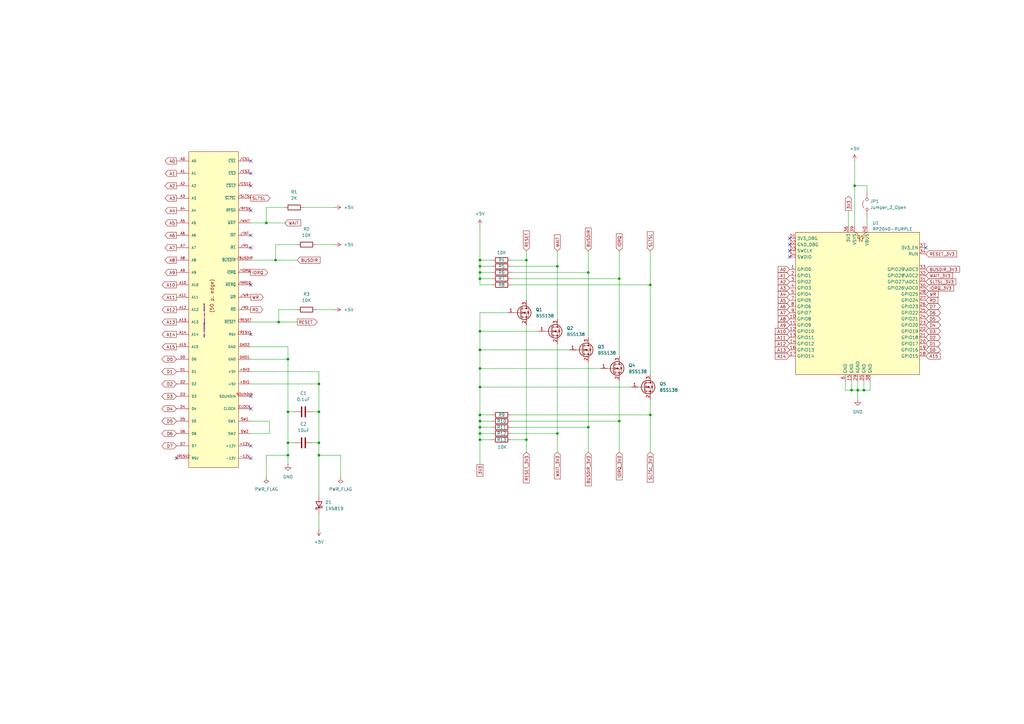
<source format=kicad_sch>
(kicad_sch (version 20231120) (generator "eeschema") (generator_version "8.0")
  (paper "A3")
  (title_block (title "MSX PicoVerse 2040") (date "2025-01-15") (rev "1.2") (company "The Retro Hacker") (comment 1 "Version connecting Pico GPIO pins directly to 5V") (comment 2 "Based on the ALIEXPRESS RP2040-PURPLE board") (comment 3 "The MSX experience driven by the RaspBerry Pico") (comment 4 "MSX PicoVerse 2040"))
  (lib_symbols
    (symbol "Device:C" (pin_numbers hide) (pin_names (offset 0.254))
      (property "Reference" "C" (at 0.635 2.54 0))
      (property "Value" "C" (at 0.635 -2.54 0))
      (symbol "C_0_1"
        (polyline (pts (xy -2.032 -0.762) (xy 2.032 -0.762)) (stroke (width 0.508)))
        (polyline (pts (xy -2.032 0.762) (xy 2.032 0.762)) (stroke (width 0.508)))
      )
      (symbol "C_1_1"
        (pin passive line (at 0 3.81 270) (length 2.794) (name "~") (number "1"))
        (pin passive line (at 0 -3.81 90) (length 2.794) (name "~") (number "2"))
      )
    )
    (symbol "Device:D_Schottky" (pin_numbers hide) (pin_names (offset 1.016) hide)
      (property "Reference" "D" (at 0 2.54 0))
      (property "Value" "D_Schottky" (at 0 -2.54 0))
      (symbol "D_Schottky_0_1"
        (polyline (pts (xy 1.27 0) (xy -1.27 0)))
        (polyline (pts (xy 1.27 1.27) (xy 1.27 -1.27) (xy -1.27 0) (xy 1.27 1.27)) (stroke (width 0.254)))
        (polyline (pts (xy -1.905 0.635) (xy -1.905 1.27) (xy -1.27 1.27) (xy -1.27 -1.27) (xy -0.635 -1.27) (xy -0.635 -0.635)) (stroke (width 0.254)))
      )
      (symbol "D_Schottky_1_1"
        (pin passive line (at -3.81 0 0) (length 2.54) (name "K") (number "1"))
        (pin passive line (at 3.81 0 180) (length 2.54) (name "A") (number "2"))
      )
    )
    (symbol "Device:R" (pin_numbers hide) (pin_names (offset 0))
      (property "Reference" "R" (at 2.032 0 90))
      (property "Value" "R" (at 0 0 90))
      (symbol "R_0_1"
        (rectangle (start -1.016 -2.54) (end 1.016 2.54) (stroke (width 0.254)))
      )
      (symbol "R_1_1"
        (pin passive line (at 0 3.81 270) (length 1.27) (name "~") (number "1"))
        (pin passive line (at 0 -3.81 90) (length 1.27) (name "~") (number "2"))
      )
    )
    (symbol "Jumper:Jumper_2_Open" (pin_numbers hide) (pin_names (offset 0) hide) (exclude_from_sim yes)
      (property "Reference" "JP" (at 0 2.794 0))
      (property "Value" "Jumper_2_Open" (at 0 -2.286 0))
      (symbol "Jumper_2_Open_0_0"
        (circle (center -2.032 0) (radius 0.508))
        (circle (center 2.032 0) (radius 0.508))
      )
      (symbol "Jumper_2_Open_0_1"
        (arc (start 1.524 1.27) (mid 0 1.778) (end -1.524 1.27))
      )
      (symbol "Jumper_2_Open_1_1"
        (pin passive line (at -5.08 0 0) (length 2.54) (name "A") (number "1"))
        (pin passive line (at 5.08 0 180) (length 2.54) (name "B") (number "2"))
      )
    )
    (symbol "RP2040-PURPLE:RP2040-PURPLE"
      (property "Reference" "U" (at 0 0 0))
      (symbol "RP2040-PURPLE_0_1"
        (polyline (pts (xy -1.27 27.94) (xy 0 27.305) (xy 0 25.4) (xy 0.635 25.4)))
        (polyline (pts (xy 0.635 25.4) (xy 1.905 26.67) (xy 1.905 24.13) (xy 0.635 25.4)))
        (polyline (pts (xy 3.81 27.94) (xy 2.54 27.305) (xy 2.54 25.4) (xy 1.905 25.4)))
        (polyline (pts (xy 0.381 26.416) (xy 0.381 26.67) (xy 0.635 26.67) (xy 0.635 24.13) (xy 0.889 24.13) (xy 0.889 24.384)))
      )
      (symbol "RP2040-PURPLE_1_1"
        (rectangle (start -25.4 27.94) (end 25.4 -30.48) (fill (type background)))
        (pin bidirectional line (at -27.94 12.7 0) (length 2.54) (name "GPIO0") (number "1"))
        (pin bidirectional line (at -27.94 -7.62 0) (length 2.54) (name "GPIO8") (number "10"))
        (pin bidirectional line (at -27.94 -10.16 0) (length 2.54) (name "GPIO9") (number "11"))
        (pin bidirectional line (at -27.94 -12.7 0) (length 2.54) (name "GPIO10") (number "12"))
        (pin bidirectional line (at -27.94 -15.24 0) (length 2.54) (name "GPIO11") (number "13"))
        (pin bidirectional line (at -27.94 -17.78 0) (length 2.54) (name "GPIO12") (number "14"))
        (pin power_in line (at -2.54 -33.02 90) (length 2.54) (name "GND") (number "15"))
        (pin bidirectional line (at -27.94 -20.32 0) (length 2.54) (name "GPIO13") (number "16"))
        (pin bidirectional line (at -27.94 -22.86 0) (length 2.54) (name "GPIO14") (number "17"))
        (pin bidirectional line (at 27.94 -22.86 180) (length 2.54) (name "GPIO15") (number "18"))
        (pin bidirectional line (at 27.94 -20.32 180) (length 2.54) (name "GPIO16") (number "19"))
        (pin bidirectional line (at -27.94 10.16 0) (length 2.54) (name "GPIO1") (number "2"))
        (pin bidirectional line (at 27.94 -17.78 180) (length 2.54) (name "GPIO17") (number "20"))
        (pin bidirectional line (at 27.94 -15.24 180) (length 2.54) (name "GPIO18") (number "21"))
        (pin bidirectional line (at 27.94 -12.7 180) (length 2.54) (name "GPIO19") (number "22"))
        (pin bidirectional line (at 27.94 -10.16 180) (length 2.54) (name "GPIO20") (number "23"))
        (pin bidirectional line (at 27.94 -7.62 180) (length 2.54) (name "GPIO21") (number "24"))
        (pin bidirectional line (at 27.94 -5.08 180) (length 2.54) (name "GPIO22") (number "25"))
        (pin bidirectional line (at 27.94 -2.54 180) (length 2.54) (name "GPIO23") (number "26"))
        (pin bidirectional line (at 27.94 0 180) (length 2.54) (name "GPIO24") (number "27"))
        (pin bidirectional line (at 27.94 2.54 180) (length 2.54) (name "GPIO25") (number "28"))
        (pin power_in line (at 0 -33.02 90) (length 2.54) (name "AGND") (number "29"))
        (pin bidirectional line (at -27.94 7.62 0) (length 2.54) (name "GPIO2") (number "3"))
        (pin bidirectional line (at 27.94 5.08 180) (length 2.54) (name "GPIO26\\ADC0") (number "30"))
        (pin bidirectional line (at 27.94 7.62 180) (length 2.54) (name "GPIO27\\ADC1") (number "31"))
        (pin bidirectional line (at 27.94 10.16 180) (length 2.54) (name "GPIO28\\ADC2") (number "32"))
        (pin bidirectional line (at 27.94 12.7 180) (length 2.54) (name "GPIO29\\ADC3") (number "33"))
        (pin input line (at 27.94 19.05 180) (length 2.54) (name "RUN") (number "34"))
        (pin power_in line (at 2.54 -33.02 90) (length 2.54) (name "GND") (number "35"))
        (pin power_out line (at -3.81 30.48 270) (length 2.54) (name "3V3") (number "36"))
        (pin input line (at 27.94 21.59 180) (length 2.54) (name "3V3_EN") (number "37"))
        (pin power_in line (at 5.08 -33.02 90) (length 2.54) (name "GND") (number "38"))
        (pin power_in line (at -1.27 30.48 270) (length 2.54) (name "VSYS") (number "39"))
        (pin bidirectional line (at -27.94 5.08 0) (length 2.54) (name "GPIO3") (number "4"))
        (pin power_out line (at 3.81 30.48 270) (length 2.54) (name "VBUS") (number "40"))
        (pin bidirectional line (at -27.94 2.54 0) (length 2.54) (name "GPIO4") (number "5"))
        (pin power_in line (at -5.08 -33.02 90) (length 2.54) (name "GND") (number "6"))
        (pin bidirectional line (at -27.94 0 0) (length 2.54) (name "GPIO5") (number "7"))
        (pin bidirectional line (at -27.94 -2.54 0) (length 2.54) (name "GPIO6") (number "8"))
        (pin bidirectional line (at -27.94 -5.08 0) (length 2.54) (name "GPIO7") (number "9"))
        (pin power_out line (at -27.94 25.4 0) (length 2.54) (name "3V3_DBG") (number "D1"))
        (pin power_in line (at -27.94 22.86 0) (length 2.54) (name "GND_DBG") (number "D2"))
        (pin input line (at -27.94 20.32 0) (length 2.54) (name "SWCLK") (number "D3"))
        (pin bidirectional line (at -27.94 17.78 0) (length 2.54) (name "SWDIO") (number "D4"))
      )
    )
    (symbol "Transistor_FET:BSS138" (pin_names hide)
      (property "Reference" "Q" (at 5.08 1.905 0))
      (property "Value" "BSS138" (at 5.08 0 0))
      (symbol "BSS138_0_1"
        (polyline (pts (xy 0.254 0) (xy -2.54 0)))
        (polyline (pts (xy 0.254 1.905) (xy 0.254 -1.905)) (stroke (width 0.254)))
        (polyline (pts (xy 0.762 -1.27) (xy 0.762 -2.286)) (stroke (width 0.254)))
        (polyline (pts (xy 0.762 0.508) (xy 0.762 -0.508)) (stroke (width 0.254)))
        (polyline (pts (xy 0.762 2.286) (xy 0.762 1.27)) (stroke (width 0.254)))
        (polyline (pts (xy 2.54 2.54) (xy 2.54 1.778)))
        (polyline (pts (xy 2.54 -2.54) (xy 2.54 0) (xy 0.762 0)))
        (polyline (pts (xy 0.762 -1.778) (xy 3.302 -1.778) (xy 3.302 1.778) (xy 0.762 1.778)))
        (polyline (pts (xy 1.016 0) (xy 2.032 0.381) (xy 2.032 -0.381) (xy 1.016 0)) (fill (type outline)))
        (polyline (pts (xy 2.794 0.508) (xy 2.921 0.381) (xy 3.683 0.381) (xy 3.81 0.254)))
        (polyline (pts (xy 3.302 0.381) (xy 2.921 -0.254) (xy 3.683 -0.254) (xy 3.302 0.381)))
        (circle (center 1.651 0) (radius 2.794) (stroke (width 0.254)))
        (circle (center 2.54 -1.778) (radius 0.254) (fill (type outline)))
        (circle (center 2.54 1.778) (radius 0.254) (fill (type outline)))
      )
      (symbol "BSS138_1_1"
        (pin input line (at -5.08 0 0) (length 2.54) (name "G") (number "1"))
        (pin passive line (at 2.54 -5.08 90) (length 2.54) (name "S") (number "2"))
        (pin passive line (at 2.54 5.08 270) (length 2.54) (name "D") (number "3"))
      )
    )
    (symbol "msx-con:MSX_CON" (pin_names (offset 1.016))
      (symbol "MSX_CON_1_0"
        (rectangle (start -59.69 10.16) (end 69.85 -10.16) (fill (type background)))
        (text "(50 p. edge)" (at 10.7442 0.7112 0) (effects (font (size 1.4224 1.4224))))
      )
      (symbol "MSX_CON_1_1"
        (pin power_out line (at -50.8 -15.24 90) (length 5.08) (name "+12V") (number "+12V"))
        (pin power_in line (at -25.4 -15.24 90) (length 5.08) (name "+5V") (number "+5V1"))
        (pin power_in line (at -20.32 -15.24 90) (length 5.08) (name "+5V") (number "+5V2"))
        (pin power_out line (at -55.88 -15.24 90) (length 5.08) (name "-12V") (number "-12V"))
        (pin input line (at 25.4 -15.24 90) (length 5.08) (name "~{BUSDIR}") (number "/BUSDIR"))
        (pin output line (at 66.04 -15.24 90) (length 5.08) (name "~{CS1}") (number "/CS1"))
        (pin output line (at 55.88 -15.24 90) (length 5.08) (name "~{CS12}") (number "/CS12"))
        (pin output line (at 60.96 -15.24 90) (length 5.08) (name "~{CS2}") (number "/CS2"))
        (pin input line (at 35.56 -15.24 90) (length 5.08) (name "~{INT}") (number "/INT"))
        (pin output line (at 20.32 -15.24 90) (length 5.08) (name "~{IORQ}") (number "/IORQ"))
        (pin output line (at 30.48 -15.24 90) (length 5.08) (name "~{M1}") (number "/M1"))
        (pin output line (at 15.24 -15.24 90) (length 5.08) (name "~{MERQ}") (number "/MREQ"))
        (pin output line (at 5.08 -15.24 90) (length 5.08) (name "~{RD}") (number "/RD"))
        (pin output line (at 0 -15.24 90) (length 5.08) (name "~{RESET}") (number "/RESET"))
        (pin unspecified line (at -5.08 -15.24 90) (length 5.08) (name "RSV") (number "/RESV1"))
        (pin unspecified line (at -55.88 15.24 270) (length 5.08) (name "RSV") (number "/RESV2"))
        (pin output line (at 45.72 -15.24 90) (length 5.08) (name "~{RFSH}") (number "/RFSH"))
        (pin output line (at 50.8 -15.24 90) (length 5.08) (name "~{SLTSL}") (number "/SLTSL"))
        (pin input line (at 40.64 -15.24 90) (length 5.08) (name "~{WAIT}") (number "/WAIT"))
        (pin output line (at 10.16 -15.24 90) (length 5.08) (name "~{WR}") (number "/WR"))
        (pin output line (at 66.04 15.24 270) (length 5.08) (name "A0") (number "A0"))
        (pin output line (at 60.96 15.24 270) (length 5.08) (name "A1") (number "A1"))
        (pin output line (at 15.24 15.24 270) (length 5.08) (name "A10") (number "A10"))
        (pin output line (at 10.16 15.24 270) (length 5.08) (name "A11") (number "A11"))
        (pin output line (at 5.08 15.24 270) (length 5.08) (name "A12") (number "A12"))
        (pin output line (at 0 15.24 270) (length 5.08) (name "A13") (number "A13"))
        (pin output line (at -5.08 15.24 270) (length 5.08) (name "A14") (number "A14"))
        (pin output line (at -10.16 15.24 270) (length 5.08) (name "A15") (number "A15"))
        (pin output line (at 55.88 15.24 270) (length 5.08) (name "A2") (number "A2"))
        (pin output line (at 50.8 15.24 270) (length 5.08) (name "A3") (number "A3"))
        (pin output line (at 45.72 15.24 270) (length 5.08) (name "A4") (number "A4"))
        (pin output line (at 40.64 15.24 270) (length 5.08) (name "A5") (number "A5"))
        (pin output line (at 35.56 15.24 270) (length 5.08) (name "A6") (number "A6"))
        (pin output line (at 30.48 15.24 270) (length 5.08) (name "A7") (number "A7"))
        (pin output line (at 25.4 15.24 270) (length 5.08) (name "A8") (number "A8"))
        (pin output line (at 20.32 15.24 270) (length 5.08) (name "A9") (number "A9"))
        (pin output line (at -35.56 -15.24 90) (length 5.08) (name "CLOCK") (number "CLOCK"))
        (pin bidirectional line (at -15.24 15.24 270) (length 5.08) (name "D0") (number "D0"))
        (pin bidirectional line (at -20.32 15.24 270) (length 5.08) (name "D1") (number "D1"))
        (pin bidirectional line (at -25.4 15.24 270) (length 5.08) (name "D2") (number "D2"))
        (pin bidirectional line (at -30.48 15.24 270) (length 5.08) (name "D3") (number "D3"))
        (pin bidirectional line (at -35.56 15.24 270) (length 5.08) (name "D4") (number "D4"))
        (pin bidirectional line (at -40.64 15.24 270) (length 5.08) (name "D5") (number "D5"))
        (pin bidirectional line (at -45.72 15.24 270) (length 5.08) (name "D6") (number "D6"))
        (pin bidirectional line (at -50.8 15.24 270) (length 5.08) (name "D7") (number "D7"))
        (pin power_in line (at -15.24 -15.24 90) (length 5.08) (name "GND") (number "GND1"))
        (pin power_in line (at -10.16 -15.24 90) (length 5.08) (name "GND") (number "GND2"))
        (pin input line (at -30.48 -15.24 90) (length 5.08) (name "SOUNDIN") (number "SOUNDIN"))
        (pin passive line (at -40.64 -15.24 90) (length 5.08) (name "SW1") (number "SW1"))
        (pin passive line (at -45.72 -15.24 90) (length 5.08) (name "SW2") (number "SW2"))
      )
    )
    (symbol "power:+5V" (power) (pin_numbers hide) (pin_names (offset 0) hide)
      (property "Value" "+5V" (at 0 3.556 0))
      (symbol "+5V_0_1"
        (polyline (pts (xy -0.762 1.27) (xy 0 2.54)))
        (polyline (pts (xy 0 0) (xy 0 2.54)))
        (polyline (pts (xy 0 2.54) (xy 0.762 1.27)))
      )
      (symbol "+5V_1_1"
        (pin power_in line (at 0 0 90) (length 0) (name "~") (number "1"))
      )
    )
    (symbol "power:GND" (power) (pin_numbers hide) (pin_names (offset 0) hide)
      (property "Value" "GND" (at 0 -3.81 0))
      (symbol "GND_0_1"
        (polyline (pts (xy 0 0) (xy 0 -1.27) (xy 1.27 -1.27) (xy 0 -2.54) (xy -1.27 -1.27) (xy 0 -1.27)))
      )
      (symbol "GND_1_1"
        (pin power_in line (at 0 0 270) (length 0) (name "~") (number "1"))
      )
    )
    (symbol "power:PWR_FLAG" (power) (pin_numbers hide) (pin_names (offset 0) hide)
      (property "Value" "PWR_FLAG" (at 0 3.81 0))
      (symbol "PWR_FLAG_0_0"
        (pin power_out line (at 0 0 90) (length 0) (name "~") (number "1"))
      )
      (symbol "PWR_FLAG_0_1"
        (polyline (pts (xy 0 0) (xy 0 1.27) (xy -1.016 1.905) (xy 0 2.54) (xy 1.016 1.905) (xy 0 1.27)))
      )
    )
  )
  (junction (at 196.85 151.13))
  (junction (at 196.85 158.75))
  (junction (at 118.11 181.61))
  (junction (at 349.25 160.02))
  (junction (at 266.7 170.18))
  (junction (at 266.7 116.84))
  (junction (at 118.11 147.32))
  (junction (at 196.85 106.68))
  (junction (at 215.9 180.34))
  (junction (at 350.52 76.2))
  (junction (at 254 172.72))
  (junction (at 351.79 160.02))
  (junction (at 241.3 111.76))
  (junction (at 118.11 168.91))
  (junction (at 196.85 109.22))
  (junction (at 196.85 177.8))
  (junction (at 130.81 157.48))
  (junction (at 196.85 143.51))
  (junction (at 196.85 172.72))
  (junction (at 228.6 177.8))
  (junction (at 196.85 180.34))
  (junction (at 130.81 181.61))
  (junction (at 130.81 186.69))
  (junction (at 196.85 135.89))
  (junction (at 196.85 111.76))
  (junction (at 215.9 106.68))
  (junction (at 354.33 160.02))
  (junction (at 113.03 106.68))
  (junction (at 130.81 168.91))
  (junction (at 118.11 186.69))
  (junction (at 254 114.3))
  (junction (at 109.22 91.44))
  (junction (at 114.3 132.08))
  (junction (at 196.85 175.26))
  (junction (at 196.85 114.3))
  (junction (at 228.6 109.22))
  (junction (at 196.85 170.18))
  (junction (at 241.3 175.26))
  (no_connect (at 102.87 137.16))
  (no_connect (at 323.85 100.33))
  (no_connect (at 72.39 187.96))
  (no_connect (at 102.87 167.64))
  (no_connect (at 323.85 97.79))
  (no_connect (at 323.85 105.41))
  (no_connect (at 102.87 66.04))
  (no_connect (at 102.87 96.52))
  (no_connect (at 323.85 102.87))
  (no_connect (at 102.87 71.12))
  (no_connect (at 102.87 116.84))
  (no_connect (at 102.87 162.56))
  (no_connect (at 102.87 101.6))
  (no_connect (at 102.87 187.96))
  (no_connect (at 102.87 86.36))
  (no_connect (at 102.87 76.2))
  (no_connect (at 102.87 182.88))
  (no_connect (at 379.73 101.6))
  (wire (pts (xy 351.79 156.21) (xy 351.79 160.02)))
  (wire (pts (xy 241.3 111.76) (xy 241.3 138.43)))
  (wire (pts (xy 241.3 102.87) (xy 241.3 111.76)))
  (wire (pts (xy 130.81 181.61) (xy 130.81 186.69)))
  (wire (pts (xy 118.11 142.24) (xy 118.11 147.32)))
  (wire (pts (xy 102.87 152.4) (xy 130.81 152.4)))
  (wire (pts (xy 116.84 85.09) (xy 109.22 85.09)))
  (wire (pts (xy 266.7 116.84) (xy 266.7 153.67)))
  (wire (pts (xy 201.93 111.76) (xy 196.85 111.76)))
  (wire (pts (xy 130.81 210.82) (xy 130.81 217.17)))
  (wire (pts (xy 215.9 102.87) (xy 215.9 106.68)))
  (wire (pts (xy 356.87 156.21) (xy 356.87 160.02)))
  (wire (pts (xy 196.85 114.3) (xy 196.85 111.76)))
  (wire (pts (xy 196.85 92.71) (xy 196.85 106.68)))
  (wire (pts (xy 201.93 175.26) (xy 196.85 175.26)))
  (wire (pts (xy 114.3 132.08) (xy 121.92 132.08)))
  (wire (pts (xy 208.28 128.27) (xy 196.85 128.27)))
  (wire (pts (xy 209.55 175.26) (xy 241.3 175.26)))
  (wire (pts (xy 346.71 156.21) (xy 346.71 160.02)))
  (wire (pts (xy 113.03 106.68) (xy 121.92 106.68)))
  (wire (pts (xy 129.54 127) (xy 137.16 127)))
  (wire (pts (xy 121.92 127) (xy 114.3 127)))
  (wire (pts (xy 121.92 100.33) (xy 113.03 100.33)))
  (wire (pts (xy 209.55 116.84) (xy 266.7 116.84)))
  (wire (pts (xy 196.85 135.89) (xy 220.98 135.89)))
  (wire (pts (xy 209.55 109.22) (xy 228.6 109.22)))
  (wire (pts (xy 215.9 133.35) (xy 215.9 180.34)))
  (wire (pts (xy 241.3 148.59) (xy 241.3 175.26)))
  (wire (pts (xy 201.93 172.72) (xy 196.85 172.72)))
  (wire (pts (xy 196.85 116.84) (xy 196.85 114.3)))
  (wire (pts (xy 254 114.3) (xy 254 146.05)))
  (wire (pts (xy 196.85 111.76) (xy 196.85 109.22)))
  (wire (pts (xy 201.93 170.18) (xy 196.85 170.18)))
  (wire (pts (xy 196.85 172.72) (xy 196.85 175.26)))
  (wire (pts (xy 102.87 142.24) (xy 118.11 142.24)))
  (wire (pts (xy 201.93 109.22) (xy 196.85 109.22)))
  (wire (pts (xy 228.6 102.87) (xy 228.6 109.22)))
  (wire (pts (xy 241.3 175.26) (xy 241.3 185.42)))
  (wire (pts (xy 209.55 114.3) (xy 254 114.3)))
  (wire (pts (xy 228.6 177.8) (xy 228.6 185.42)))
  (wire (pts (xy 118.11 147.32) (xy 118.11 168.91)))
  (wire (pts (xy 139.7 186.69) (xy 130.81 186.69)))
  (wire (pts (xy 110.49 177.8) (xy 102.87 177.8)))
  (wire (pts (xy 102.87 147.32) (xy 118.11 147.32)))
  (wire (pts (xy 355.6 76.2) (xy 350.52 76.2)))
  (wire (pts (xy 196.85 128.27) (xy 196.85 135.89)))
  (wire (pts (xy 130.81 168.91) (xy 130.81 181.61)))
  (wire (pts (xy 266.7 163.83) (xy 266.7 170.18)))
  (wire (pts (xy 196.85 106.68) (xy 201.93 106.68)))
  (wire (pts (xy 102.87 172.72) (xy 110.49 172.72)))
  (wire (pts (xy 356.87 160.02) (xy 354.33 160.02)))
  (wire (pts (xy 118.11 168.91) (xy 118.11 181.61)))
  (wire (pts (xy 349.25 160.02) (xy 351.79 160.02)))
  (wire (pts (xy 130.81 186.69) (xy 130.81 203.2)))
  (wire (pts (xy 196.85 158.75) (xy 196.85 170.18)))
  (wire (pts (xy 128.27 181.61) (xy 130.81 181.61)))
  (wire (pts (xy 355.6 88.9) (xy 355.6 92.71)))
  (wire (pts (xy 196.85 135.89) (xy 196.85 143.51)))
  (wire (pts (xy 113.03 100.33) (xy 113.03 106.68)))
  (wire (pts (xy 209.55 111.76) (xy 241.3 111.76)))
  (wire (pts (xy 124.46 85.09) (xy 137.16 85.09)))
  (wire (pts (xy 209.55 180.34) (xy 215.9 180.34)))
  (wire (pts (xy 201.93 180.34) (xy 196.85 180.34)))
  (wire (pts (xy 201.93 114.3) (xy 196.85 114.3)))
  (wire (pts (xy 130.81 157.48) (xy 130.81 168.91)))
  (wire (pts (xy 109.22 85.09) (xy 109.22 91.44)))
  (wire (pts (xy 102.87 91.44) (xy 109.22 91.44)))
  (wire (pts (xy 228.6 140.97) (xy 228.6 177.8)))
  (wire (pts (xy 129.54 100.33) (xy 137.16 100.33)))
  (wire (pts (xy 114.3 127) (xy 114.3 132.08)))
  (wire (pts (xy 102.87 132.08) (xy 114.3 132.08)))
  (wire (pts (xy 109.22 91.44) (xy 116.84 91.44)))
  (wire (pts (xy 350.52 76.2) (xy 350.52 92.71)))
  (wire (pts (xy 355.6 78.74) (xy 355.6 76.2)))
  (wire (pts (xy 109.22 186.69) (xy 118.11 186.69)))
  (wire (pts (xy 196.85 177.8) (xy 201.93 177.8)))
  (wire (pts (xy 196.85 143.51) (xy 196.85 151.13)))
  (wire (pts (xy 118.11 186.69) (xy 118.11 190.5)))
  (wire (pts (xy 349.25 156.21) (xy 349.25 160.02)))
  (wire (pts (xy 196.85 151.13) (xy 246.38 151.13)))
  (wire (pts (xy 215.9 106.68) (xy 215.9 123.19)))
  (wire (pts (xy 201.93 116.84) (xy 196.85 116.84)))
  (wire (pts (xy 266.7 170.18) (xy 266.7 185.42)))
  (wire (pts (xy 130.81 152.4) (xy 130.81 157.48)))
  (wire (pts (xy 196.85 158.75) (xy 259.08 158.75)))
  (wire (pts (xy 196.85 180.34) (xy 196.85 190.5)))
  (wire (pts (xy 254 172.72) (xy 254 185.42)))
  (wire (pts (xy 139.7 195.58) (xy 139.7 186.69)))
  (wire (pts (xy 102.87 157.48) (xy 130.81 157.48)))
  (wire (pts (xy 209.55 177.8) (xy 228.6 177.8)))
  (wire (pts (xy 215.9 180.34) (xy 215.9 185.42)))
  (wire (pts (xy 196.85 177.8) (xy 196.85 180.34)))
  (wire (pts (xy 196.85 170.18) (xy 196.85 172.72)))
  (wire (pts (xy 209.55 172.72) (xy 254 172.72)))
  (wire (pts (xy 196.85 151.13) (xy 196.85 158.75)))
  (wire (pts (xy 347.98 86.36) (xy 347.98 92.71)))
  (wire (pts (xy 118.11 168.91) (xy 120.65 168.91)))
  (wire (pts (xy 351.79 160.02) (xy 351.79 163.83)))
  (wire (pts (xy 209.55 170.18) (xy 266.7 170.18)))
  (wire (pts (xy 350.52 66.04) (xy 350.52 76.2)))
  (wire (pts (xy 109.22 195.58) (xy 109.22 186.69)))
  (wire (pts (xy 354.33 156.21) (xy 354.33 160.02)))
  (wire (pts (xy 254 156.21) (xy 254 172.72)))
  (wire (pts (xy 110.49 172.72) (xy 110.49 177.8)))
  (wire (pts (xy 354.33 160.02) (xy 351.79 160.02)))
  (wire (pts (xy 346.71 160.02) (xy 349.25 160.02)))
  (wire (pts (xy 196.85 106.68) (xy 196.85 109.22)))
  (wire (pts (xy 118.11 181.61) (xy 120.65 181.61)))
  (wire (pts (xy 266.7 102.87) (xy 266.7 116.84)))
  (wire (pts (xy 196.85 175.26) (xy 196.85 177.8)))
  (wire (pts (xy 228.6 109.22) (xy 228.6 130.81)))
  (wire (pts (xy 118.11 181.61) (xy 118.11 186.69)))
  (wire (pts (xy 102.87 106.68) (xy 113.03 106.68)))
  (wire (pts (xy 196.85 143.51) (xy 233.68 143.51)))
  (wire (pts (xy 254 102.87) (xy 254 114.3)))
  (wire (pts (xy 209.55 106.68) (xy 215.9 106.68)))
  (wire (pts (xy 128.27 168.91) (xy 130.81 168.91)))
  (global_label "A1" (shape output) (at 72.39 71.12 180) (property "Intersheetrefs" "${INTERSHEET_REFS}" (effects (hide yes))))
  (global_label "D2" (shape bidirectional) (at 72.39 157.48 180) (property "Intersheetrefs" "${INTERSHEET_REFS}" (effects (hide yes))))
  (global_label "D3" (shape bidirectional) (at 72.39 162.56 180) (property "Intersheetrefs" "${INTERSHEET_REFS}" (effects (hide yes))))
  (global_label "A8" (shape input) (at 323.85 130.81 180) (property "Intersheetrefs" "${INTERSHEET_REFS}" (effects (hide yes))))
  (global_label "WAIT" (shape input) (at 116.84 91.44 0) (property "Intersheetrefs" "${INTERSHEET_REFS}" (effects (hide yes))))
  (global_label "A4" (shape input) (at 323.85 120.65 180) (property "Intersheetrefs" "${INTERSHEET_REFS}" (effects (hide yes))))
  (global_label "D2" (shape bidirectional) (at 379.73 138.43 0) (property "Intersheetrefs" "${INTERSHEET_REFS}" (effects (hide yes))))
  (global_label "IORQ_3V3" (shape input) (at 254 185.42 270) (property "Intersheetrefs" "${INTERSHEET_REFS}" (effects (hide yes))))
  (global_label "A15" (shape output) (at 72.39 142.24 180) (property "Intersheetrefs" "${INTERSHEET_REFS}" (effects (hide yes))))
  (global_label "SLTSL" (shape input) (at 266.7 102.87 90) (property "Intersheetrefs" "${INTERSHEET_REFS}" (effects (hide yes))))
  (global_label "A3" (shape input) (at 323.85 118.11 180) (property "Intersheetrefs" "${INTERSHEET_REFS}" (effects (hide yes))))
  (global_label "SLTSL_3V3" (shape input) (at 266.7 185.42 270) (property "Intersheetrefs" "${INTERSHEET_REFS}" (effects (hide yes))))
  (global_label "D1" (shape bidirectional) (at 379.73 140.97 0) (property "Intersheetrefs" "${INTERSHEET_REFS}" (effects (hide yes))))
  (global_label "A5" (shape input) (at 323.85 123.19 180) (property "Intersheetrefs" "${INTERSHEET_REFS}" (effects (hide yes))))
  (global_label "A6" (shape output) (at 72.39 96.52 180) (property "Intersheetrefs" "${INTERSHEET_REFS}" (effects (hide yes))))
  (global_label "RD" (shape input) (at 379.73 123.19 0) (property "Intersheetrefs" "${INTERSHEET_REFS}" (effects (hide yes))))
  (global_label "D6" (shape bidirectional) (at 379.73 128.27 0) (property "Intersheetrefs" "${INTERSHEET_REFS}" (effects (hide yes))))
  (global_label "RESET_3V3" (shape input) (at 215.9 185.42 270) (property "Intersheetrefs" "${INTERSHEET_REFS}" (effects (hide yes))))
  (global_label "A7" (shape output) (at 72.39 101.6 180) (property "Intersheetrefs" "${INTERSHEET_REFS}" (effects (hide yes))))
  (global_label "A12" (shape input) (at 323.85 140.97 180) (property "Intersheetrefs" "${INTERSHEET_REFS}" (effects (hide yes))))
  (global_label "A13" (shape output) (at 72.39 132.08 180) (property "Intersheetrefs" "${INTERSHEET_REFS}" (effects (hide yes))))
  (global_label "RESET" (shape input) (at 215.9 102.87 90) (property "Intersheetrefs" "${INTERSHEET_REFS}" (effects (hide yes))))
  (global_label "A0" (shape input) (at 323.85 110.49 180) (property "Intersheetrefs" "${INTERSHEET_REFS}" (effects (hide yes))))
  (global_label "A1" (shape input) (at 323.85 113.03 180) (property "Intersheetrefs" "${INTERSHEET_REFS}" (effects (hide yes))))
  (global_label "RESET" (shape output) (at 121.92 132.08 0) (property "Intersheetrefs" "${INTERSHEET_REFS}" (effects (hide yes))))
  (global_label "A5" (shape output) (at 72.39 91.44 180) (property "Intersheetrefs" "${INTERSHEET_REFS}" (effects (hide yes))))
  (global_label "3V3" (shape passive) (at 196.85 190.5 270) (property "Intersheetrefs" "${INTERSHEET_REFS}" (effects (hide yes))))
  (global_label "WR" (shape output) (at 102.87 121.92 0) (property "Intersheetrefs" "${INTERSHEET_REFS}" (effects (hide yes))))
  (global_label "SLTSL" (shape output) (at 102.87 81.28 0) (property "Intersheetrefs" "${INTERSHEET_REFS}" (effects (hide yes))))
  (global_label "A3" (shape output) (at 72.39 81.28 180) (property "Intersheetrefs" "${INTERSHEET_REFS}" (effects (hide yes))))
  (global_label "BUSDIR" (shape input) (at 121.92 106.68 0) (property "Intersheetrefs" "${INTERSHEET_REFS}" (effects (hide yes))))
  (global_label "WAIT_3V3" (shape input) (at 228.6 185.42 270) (property "Intersheetrefs" "${INTERSHEET_REFS}" (effects (hide yes))))
  (global_label "D0" (shape bidirectional) (at 72.39 147.32 180) (property "Intersheetrefs" "${INTERSHEET_REFS}" (effects (hide yes))))
  (global_label "A2" (shape input) (at 323.85 115.57 180) (property "Intersheetrefs" "${INTERSHEET_REFS}" (effects (hide yes))))
  (global_label "IORQ" (shape output) (at 102.87 111.76 0) (property "Intersheetrefs" "${INTERSHEET_REFS}" (effects (hide yes))))
  (global_label "A11" (shape input) (at 323.85 138.43 180) (property "Intersheetrefs" "${INTERSHEET_REFS}" (effects (hide yes))))
  (global_label "A14" (shape input) (at 323.85 146.05 180) (property "Intersheetrefs" "${INTERSHEET_REFS}" (effects (hide yes))))
  (global_label "BUSDIR_3V3" (shape input) (at 379.73 110.49 0) (property "Intersheetrefs" "${INTERSHEET_REFS}" (effects (hide yes))))
  (global_label "WAIT_3V3" (shape input) (at 379.73 113.03 0) (property "Intersheetrefs" "${INTERSHEET_REFS}" (effects (hide yes))))
  (global_label "A0" (shape output) (at 72.39 66.04 180) (property "Intersheetrefs" "${INTERSHEET_REFS}" (effects (hide yes))))
  (global_label "A8" (shape output) (at 72.39 106.68 180) (property "Intersheetrefs" "${INTERSHEET_REFS}" (effects (hide yes))))
  (global_label "D3" (shape bidirectional) (at 379.73 135.89 0) (property "Intersheetrefs" "${INTERSHEET_REFS}" (effects (hide yes))))
  (global_label "D4" (shape bidirectional) (at 379.73 133.35 0) (property "Intersheetrefs" "${INTERSHEET_REFS}" (effects (hide yes))))
  (global_label "WR" (shape input) (at 379.73 120.65 0) (property "Intersheetrefs" "${INTERSHEET_REFS}" (effects (hide yes))))
  (global_label "A6" (shape input) (at 323.85 125.73 180) (property "Intersheetrefs" "${INTERSHEET_REFS}" (effects (hide yes))))
  (global_label "RD" (shape output) (at 102.87 127 0) (property "Intersheetrefs" "${INTERSHEET_REFS}" (effects (hide yes))))
  (global_label "D4" (shape bidirectional) (at 72.39 167.64 180) (property "Intersheetrefs" "${INTERSHEET_REFS}" (effects (hide yes))))
  (global_label "RESET_3V3" (shape input) (at 379.73 104.14 0) (property "Intersheetrefs" "${INTERSHEET_REFS}" (effects (hide yes))))
  (global_label "3V3" (shape output) (at 347.98 86.36 90) (property "Intersheetrefs" "${INTERSHEET_REFS}" (effects (hide yes))))
  (global_label "A11" (shape output) (at 72.39 121.92 180) (property "Intersheetrefs" "${INTERSHEET_REFS}" (effects (hide yes))))
  (global_label "A4" (shape output) (at 72.39 86.36 180) (property "Intersheetrefs" "${INTERSHEET_REFS}" (effects (hide yes))))
  (global_label "A10" (shape input) (at 323.85 135.89 180) (property "Intersheetrefs" "${INTERSHEET_REFS}" (effects (hide yes))))
  (global_label "A12" (shape output) (at 72.39 127 180) (property "Intersheetrefs" "${INTERSHEET_REFS}" (effects (hide yes))))
  (global_label "A15" (shape input) (at 379.73 146.05 0) (property "Intersheetrefs" "${INTERSHEET_REFS}" (effects (hide yes))))
  (global_label "D1" (shape bidirectional) (at 72.39 152.4 180) (property "Intersheetrefs" "${INTERSHEET_REFS}" (effects (hide yes))))
  (global_label "A7" (shape input) (at 323.85 128.27 180) (property "Intersheetrefs" "${INTERSHEET_REFS}" (effects (hide yes))))
  (global_label "D5" (shape bidirectional) (at 379.73 130.81 0) (property "Intersheetrefs" "${INTERSHEET_REFS}" (effects (hide yes))))
  (global_label "D0" (shape bidirectional) (at 379.73 143.51 0) (property "Intersheetrefs" "${INTERSHEET_REFS}" (effects (hide yes))))
  (global_label "WAIT" (shape input) (at 228.6 102.87 90) (property "Intersheetrefs" "${INTERSHEET_REFS}" (effects (hide yes))))
  (global_label "A2" (shape output) (at 72.39 76.2 180) (property "Intersheetrefs" "${INTERSHEET_REFS}" (effects (hide yes))))
  (global_label "SLTSL_3V3" (shape input) (at 379.73 115.57 0) (property "Intersheetrefs" "${INTERSHEET_REFS}" (effects (hide yes))))
  (global_label "A10" (shape output) (at 72.39 116.84 180) (property "Intersheetrefs" "${INTERSHEET_REFS}" (effects (hide yes))))
  (global_label "D7" (shape bidirectional) (at 379.73 125.73 0) (property "Intersheetrefs" "${INTERSHEET_REFS}" (effects (hide yes))))
  (global_label "IORQ" (shape input) (at 254 102.87 90) (property "Intersheetrefs" "${INTERSHEET_REFS}" (effects (hide yes))))
  (global_label "A14" (shape output) (at 72.39 137.16 180) (property "Intersheetrefs" "${INTERSHEET_REFS}" (effects (hide yes))))
  (global_label "A9" (shape output) (at 72.39 111.76 180) (property "Intersheetrefs" "${INTERSHEET_REFS}" (effects (hide yes))))
  (global_label "A13" (shape input) (at 323.85 143.51 180) (property "Intersheetrefs" "${INTERSHEET_REFS}" (effects (hide yes))))
  (global_label "D6" (shape bidirectional) (at 72.39 177.8 180) (property "Intersheetrefs" "${INTERSHEET_REFS}" (effects (hide yes))))
  (global_label "BUSDIR_3V3" (shape input) (at 241.3 185.42 270) (property "Intersheetrefs" "${INTERSHEET_REFS}" (effects (hide yes))))
  (global_label "D7" (shape bidirectional) (at 72.39 182.88 180) (property "Intersheetrefs" "${INTERSHEET_REFS}" (effects (hide yes))))
  (global_label "A9" (shape input) (at 323.85 133.35 180) (property "Intersheetrefs" "${INTERSHEET_REFS}" (effects (hide yes))))
  (global_label "D5" (shape bidirectional) (at 72.39 172.72 180) (property "Intersheetrefs" "${INTERSHEET_REFS}" (effects (hide yes))))
  (global_label "IORQ_3V3" (shape input) (at 379.73 118.11 0) (property "Intersheetrefs" "${INTERSHEET_REFS}" (effects (hide yes))))
  (global_label "BUSDIR" (shape input) (at 241.3 102.87 90) (property "Intersheetrefs" "${INTERSHEET_REFS}" (effects (hide yes))))
  (symbol (lib_id "power:PWR_FLAG") (at 109.22 195.58 180) (unit 1)
    (property "Reference" "#FLG01" (effects (hide yes)))
    (property "Value" "PWR_FLAG" (at 109.22 200.66 0))
    (property "Description" "Special symbol for telling ERC where power comes from" (effects (hide yes)))
  )
  (symbol (lib_id "Device:D_Schottky") (at 130.81 207.01 90) (unit 1)
    (property "Reference" "D1" (at 133.35 206.0574 90) (effects (justify right)))
    (property "Value" "1N5819" (at 133.35 208.5974 90) (effects (justify right)))
    (property "Footprint" "Diode_SMD:D_SOD-123" (effects (hide yes)))
    (property "Description" "Schottky diode" (effects (hide yes)))
  )
  (symbol (lib_id "Transistor_FET:BSS138") (at 213.36 128.27 0) (unit 1)
    (property "Reference" "Q1" (at 219.71 126.9999 0) (effects (justify left)))
    (property "Value" "BSS138" (at 219.71 129.5399 0) (effects (justify left)))
    (property "Footprint" "Package_TO_SOT_SMD:SOT-23" (effects (hide yes)))
    (property "Datasheet" "https://www.onsemi.com/pub/Collateral/BSS138-D.PDF" (effects (hide yes)))
    (property "Description" "50V Vds, 0.22A Id, N-Channel MOSFET, SOT-23" (effects (hide yes)))
  )
  (symbol (lib_id "power:+5V") (at 137.16 100.33 270) (unit 1)
    (property "Reference" "#PWR04" (effects (hide yes)))
    (property "Value" "+5V" (at 140.97 100.3299 90) (effects (justify left)))
    (property "Description" "Power symbol creates a global label with name \"+5V\"" (effects (hide yes)))
  )
  (symbol (lib_id "power:PWR_FLAG") (at 139.7 195.58 180) (unit 1)
    (property "Reference" "#FLG02" (effects (hide yes)))
    (property "Value" "PWR_FLAG" (at 139.7 200.66 0))
    (property "Description" "Special symbol for telling ERC where power comes from" (effects (hide yes)))
  )
  (symbol (lib_id "power:GND") (at 351.79 163.83 0) (unit 1)
    (property "Reference" "#PWR09" (effects (hide yes)))
    (property "Value" "GND" (at 351.79 168.91 0))
    (property "Description" "Power symbol creates a global label with name \"GND\" , ground" (effects (hide yes)))
  )
  (symbol (lib_id "msx-con:MSX_CON") (at 87.63 132.08 90) (unit 1)
    (property "Reference" "EDG1" (effects (hide yes)))
    (property "Value" "MSX_CON" (effects (hide yes)))
    (property "Footprint" "MSX-PICOVERSE:msx-con-MSXCART" (at 83.82 131.318 0) (effects (font (size 0.508 0.508))))
  )
  (symbol (lib_id "Device:R") (at 205.74 114.3 90) (unit 1)
    (property "Reference" "R7" (at 205.74 114.3 90))
    (property "Value" "10K" (effects (hide yes)))
    (property "Footprint" "Resistor_SMD:R_0603_1608Metric_Pad0.98x0.95mm_HandSolder" (effects (hide yes)))
    (property "Description" "Resistor" (effects (hide yes)))
  )
  (symbol (lib_id "Transistor_FET:BSS138") (at 238.76 143.51 0) (unit 1)
    (property "Reference" "Q3" (at 245.11 142.2399 0) (effects (justify left)))
    (property "Value" "BSS138" (at 245.11 144.7799 0) (effects (justify left)))
    (property "Footprint" "Package_TO_SOT_SMD:SOT-23" (effects (hide yes)))
    (property "Datasheet" "https://www.onsemi.com/pub/Collateral/BSS138-D.PDF" (effects (hide yes)))
    (property "Description" "50V Vds, 0.22A Id, N-Channel MOSFET, SOT-23" (effects (hide yes)))
  )
  (symbol (lib_id "Device:R") (at 205.74 177.8 90) (unit 1)
    (property "Reference" "R12" (at 205.74 177.8 90))
    (property "Value" "10K" (effects (hide yes)))
    (property "Footprint" "Resistor_SMD:R_0603_1608Metric_Pad0.98x0.95mm_HandSolder" (effects (hide yes)))
    (property "Description" "Resistor" (effects (hide yes)))
  )
  (symbol (lib_id "power:+5V") (at 196.85 92.71 0) (unit 1)
    (property "Reference" "#PWR07" (effects (hide yes)))
    (property "Value" "+5V" (at 196.85 87.63 0))
    (property "Description" "Power symbol creates a global label with name \"+5V\"" (effects (hide yes)))
  )
  (symbol (lib_id "power:+5V") (at 130.81 217.17 180) (unit 1)
    (property "Reference" "#PWR02" (effects (hide yes)))
    (property "Value" "+5V" (at 130.81 222.25 0))
    (property "Description" "Power symbol creates a global label with name \"+5V\"" (effects (hide yes)))
  )
  (symbol (lib_id "Device:R") (at 205.74 172.72 90) (unit 1)
    (property "Reference" "R10" (at 205.74 172.72 90))
    (property "Value" "10K" (effects (hide yes)))
    (property "Footprint" "Resistor_SMD:R_0603_1608Metric_Pad0.98x0.95mm_HandSolder" (effects (hide yes)))
    (property "Description" "Resistor" (effects (hide yes)))
  )
  (symbol (lib_id "Device:R") (at 205.74 111.76 90) (unit 1)
    (property "Reference" "R6" (at 205.74 111.76 90))
    (property "Value" "10K" (effects (hide yes)))
    (property "Footprint" "Resistor_SMD:R_0603_1608Metric_Pad0.98x0.95mm_HandSolder" (effects (hide yes)))
    (property "Description" "Resistor" (effects (hide yes)))
  )
  (symbol (lib_id "RP2040-PURPLE:RP2040-PURPLE") (at 351.79 123.19 0) (unit 1)
    (property "Reference" "U1" (at 357.7941 91.44 0) (effects (justify left)))
    (property "Value" "RP2040-PURPLE" (at 357.7941 93.98 0) (effects (justify left)))
    (property "Footprint" "MSX-PICOVERSE:RP2040-PURPLE" (effects (hide yes)))
  )
  (symbol (lib_id "power:+5V") (at 137.16 127 270) (unit 1)
    (property "Reference" "#PWR05" (effects (hide yes)))
    (property "Value" "+5V" (at 140.97 126.9999 90) (effects (justify left)))
    (property "Description" "Power symbol creates a global label with name \"+5V\"" (effects (hide yes)))
  )
  (symbol (lib_id "power:GND") (at 118.11 190.5 0) (unit 1)
    (property "Reference" "#PWR01" (effects (hide yes)))
    (property "Value" "GND" (at 118.11 195.58 0))
    (property "Description" "Power symbol creates a global label with name \"GND\" , ground" (effects (hide yes)))
  )
  (symbol (lib_id "Device:R") (at 120.65 85.09 90) (unit 1)
    (property "Reference" "R1" (at 120.65 78.74 90))
    (property "Value" "2K" (at 120.65 81.28 90))
    (property "Footprint" "Resistor_SMD:R_0603_1608Metric_Pad0.98x0.95mm_HandSolder" (effects (hide yes)))
    (property "Description" "Resistor" (effects (hide yes)))
  )
  (symbol (lib_id "Device:C") (at 124.46 181.61 90) (unit 1)
    (property "Reference" "C2" (at 124.46 173.99 90))
    (property "Value" "10uF" (at 124.46 176.53 90))
    (property "Footprint" "Capacitor_SMD:C_0603_1608Metric_Pad1.08x0.95mm_HandSolder" (effects (hide yes)))
    (property "Description" "Unpolarized capacitor" (effects (hide yes)))
  )
  (symbol (lib_id "Transistor_FET:BSS138") (at 251.46 151.13 0) (unit 1)
    (property "Reference" "Q4" (at 257.81 149.8599 0) (effects (justify left)))
    (property "Value" "BSS138" (at 257.81 152.3999 0) (effects (justify left)))
    (property "Footprint" "Package_TO_SOT_SMD:SOT-23" (effects (hide yes)))
    (property "Datasheet" "https://www.onsemi.com/pub/Collateral/BSS138-D.PDF" (effects (hide yes)))
    (property "Description" "50V Vds, 0.22A Id, N-Channel MOSFET, SOT-23" (effects (hide yes)))
  )
  (symbol (lib_id "power:+5V") (at 350.52 66.04 0) (unit 1)
    (property "Reference" "#PWR08" (effects (hide yes)))
    (property "Value" "+5V" (at 350.52 60.96 0))
    (property "Description" "Power symbol creates a global label with name \"+5V\"" (effects (hide yes)))
  )
  (symbol (lib_id "Device:R") (at 205.74 106.68 90) (unit 1)
    (property "Reference" "R4" (at 205.74 106.68 90))
    (property "Value" "10K" (at 205.74 103.632 90))
    (property "Footprint" "Resistor_SMD:R_0603_1608Metric_Pad0.98x0.95mm_HandSolder" (effects (hide yes)))
    (property "Description" "Resistor" (effects (hide yes)))
  )
  (symbol (lib_id "Device:R") (at 205.74 116.84 90) (unit 1)
    (property "Reference" "R8" (at 205.74 116.84 90))
    (property "Value" "10K" (effects (hide yes)))
    (property "Footprint" "Resistor_SMD:R_0603_1608Metric_Pad0.98x0.95mm_HandSolder" (effects (hide yes)))
    (property "Description" "Resistor" (effects (hide yes)))
  )
  (symbol (lib_id "Device:R") (at 205.74 180.34 90) (unit 1)
    (property "Reference" "R13" (at 205.74 180.34 90))
    (property "Value" "10K" (at 205.994 183.388 90))
    (property "Footprint" "Resistor_SMD:R_0603_1608Metric_Pad0.98x0.95mm_HandSolder" (effects (hide yes)))
    (property "Description" "Resistor" (effects (hide yes)))
  )
  (symbol (lib_id "Device:R") (at 205.74 170.18 90) (unit 1)
    (property "Reference" "R9" (at 205.74 170.18 90))
    (property "Value" "10K" (effects (hide yes)))
    (property "Footprint" "Resistor_SMD:R_0603_1608Metric_Pad0.98x0.95mm_HandSolder" (effects (hide yes)))
    (property "Description" "Resistor" (effects (hide yes)))
  )
  (symbol (lib_id "Transistor_FET:BSS138") (at 226.06 135.89 0) (unit 1)
    (property "Reference" "Q2" (at 232.41 134.6199 0) (effects (justify left)))
    (property "Value" "BSS138" (at 232.41 137.1599 0) (effects (justify left)))
    (property "Footprint" "Package_TO_SOT_SMD:SOT-23" (effects (hide yes)))
    (property "Datasheet" "https://www.onsemi.com/pub/Collateral/BSS138-D.PDF" (effects (hide yes)))
    (property "Description" "50V Vds, 0.22A Id, N-Channel MOSFET, SOT-23" (effects (hide yes)))
  )
  (symbol (lib_id "Device:R") (at 125.73 127 90) (unit 1)
    (property "Reference" "R3" (at 125.73 120.65 90))
    (property "Value" "10K" (at 125.73 123.19 90))
    (property "Footprint" "Resistor_SMD:R_0603_1608Metric_Pad0.98x0.95mm_HandSolder" (effects (hide yes)))
    (property "Description" "Resistor" (effects (hide yes)))
  )
  (symbol (lib_id "Device:R") (at 125.73 100.33 90) (unit 1)
    (property "Reference" "R2" (at 125.73 93.98 90))
    (property "Value" "10K" (at 125.73 96.52 90))
    (property "Footprint" "Resistor_SMD:R_0603_1608Metric_Pad0.98x0.95mm_HandSolder" (effects (hide yes)))
    (property "Description" "Resistor" (effects (hide yes)))
  )
  (symbol (lib_id "power:+5V") (at 137.16 85.09 270) (unit 1)
    (property "Reference" "#PWR03" (effects (hide yes)))
    (property "Value" "+5V" (at 140.97 85.0899 90) (effects (justify left)))
    (property "Description" "Power symbol creates a global label with name \"+5V\"" (effects (hide yes)))
  )
  (symbol (lib_id "Transistor_FET:BSS138") (at 264.16 158.75 0) (unit 1)
    (property "Reference" "Q5" (at 270.51 157.4799 0) (effects (justify left)))
    (property "Value" "BSS138" (at 270.51 160.0199 0) (effects (justify left)))
    (property "Footprint" "Package_TO_SOT_SMD:SOT-23" (effects (hide yes)))
    (property "Datasheet" "https://www.onsemi.com/pub/Collateral/BSS138-D.PDF" (effects (hide yes)))
    (property "Description" "50V Vds, 0.22A Id, N-Channel MOSFET, SOT-23" (effects (hide yes)))
  )
  (symbol (lib_id "Device:R") (at 205.74 109.22 90) (unit 1)
    (property "Reference" "R5" (at 205.74 109.22 90))
    (property "Value" "10K" (effects (hide yes)))
    (property "Footprint" "Resistor_SMD:R_0603_1608Metric_Pad0.98x0.95mm_HandSolder" (effects (hide yes)))
    (property "Description" "Resistor" (effects (hide yes)))
  )
  (symbol (lib_id "Device:C") (at 124.46 168.91 90) (unit 1)
    (property "Reference" "C1" (at 124.46 161.29 90))
    (property "Value" "0.1uF" (at 124.46 163.83 90))
    (property "Footprint" "Capacitor_SMD:C_0603_1608Metric_Pad1.08x0.95mm_HandSolder" (effects (hide yes)))
    (property "Description" "Unpolarized capacitor" (effects (hide yes)))
  )
  (symbol (lib_id "Jumper:Jumper_2_Open") (at 355.6 83.82 90) (unit 1) (exclude_from_sim yes)
    (property "Reference" "JP1" (at 356.87 82.5499 90) (effects (justify right)))
    (property "Value" "Jumper_2_Open" (at 356.87 85.0899 90) (effects (justify right)))
    (property "Footprint" "Jumper:SolderJumper-2_P1.3mm_Open_RoundedPad1.0x1.5mm" (effects (hide yes)))
    (property "Description" "Jumper, 2-pole, open" (effects (hide yes)))
  )
  (symbol (lib_id "Device:R") (at 205.74 175.26 90) (unit 1)
    (property "Reference" "R11" (at 205.74 175.26 90))
    (property "Value" "10K" (effects (hide yes)))
    (property "Footprint" "Resistor_SMD:R_0603_1608Metric_Pad0.98x0.95mm_HandSolder" (effects (hide yes)))
    (property "Description" "Resistor" (effects (hide yes)))
  )
)
</source>
